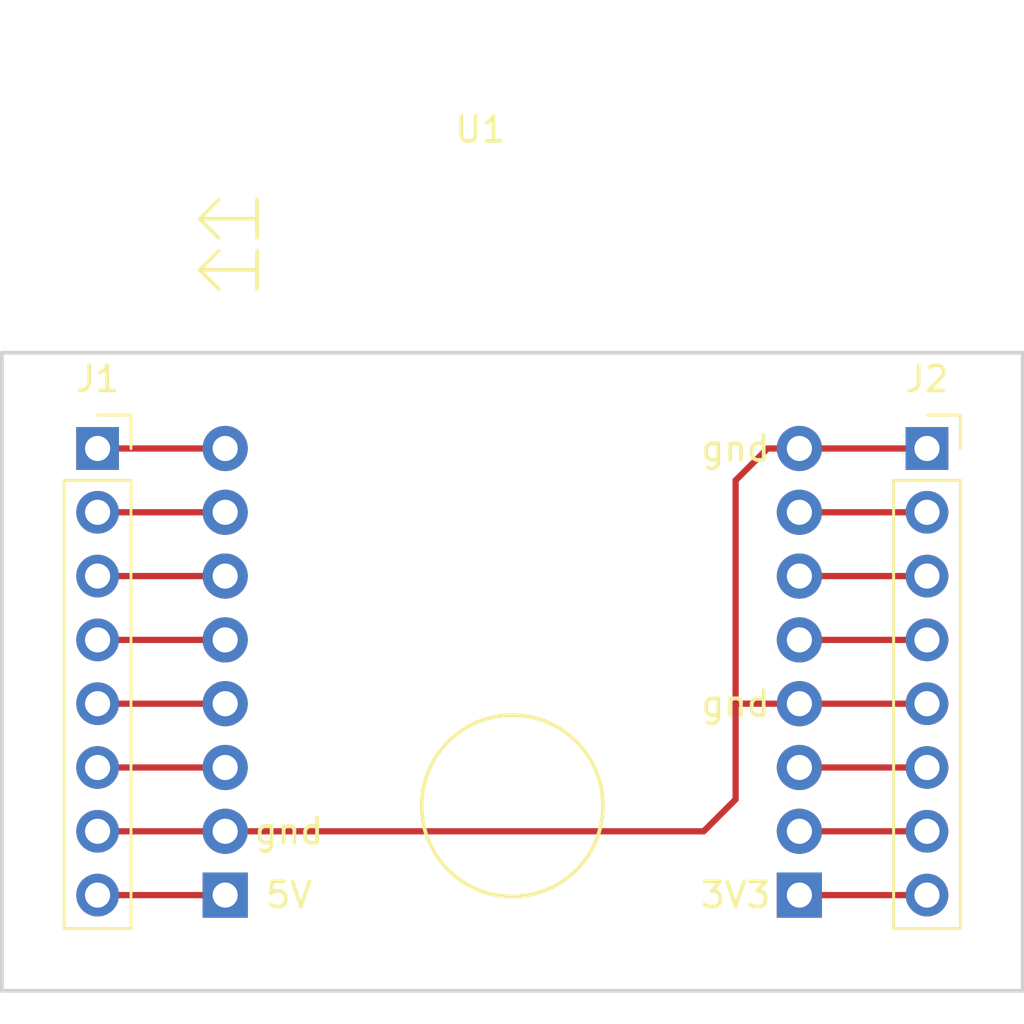
<source format=kicad_pcb>
(kicad_pcb (version 20171130) (host pcbnew 5.1.8+dfsg1-1~bpo10+1)

  (general
    (thickness 1.6)
    (drawings 5)
    (tracks 23)
    (zones 0)
    (modules 3)
    (nets 15)
  )

  (page A4)
  (layers
    (0 F.Cu signal)
    (31 B.Cu signal)
    (32 B.Adhes user)
    (33 F.Adhes user)
    (34 B.Paste user)
    (35 F.Paste user)
    (36 B.SilkS user)
    (37 F.SilkS user)
    (38 B.Mask user)
    (39 F.Mask user)
    (40 Dwgs.User user)
    (41 Cmts.User user)
    (42 Eco1.User user)
    (43 Eco2.User user)
    (44 Edge.Cuts user)
    (45 Margin user)
    (46 B.CrtYd user)
    (47 F.CrtYd user)
    (48 B.Fab user)
    (49 F.Fab user)
  )

  (setup
    (last_trace_width 0.25)
    (trace_clearance 0.2)
    (zone_clearance 0.508)
    (zone_45_only no)
    (trace_min 0.2)
    (via_size 0.8)
    (via_drill 0.4)
    (via_min_size 0.4)
    (via_min_drill 0.3)
    (uvia_size 0.3)
    (uvia_drill 0.1)
    (uvias_allowed no)
    (uvia_min_size 0.2)
    (uvia_min_drill 0.1)
    (edge_width 0.15)
    (segment_width 0.2)
    (pcb_text_width 0.3)
    (pcb_text_size 1.5 1.5)
    (mod_edge_width 0.15)
    (mod_text_size 1 1)
    (mod_text_width 0.15)
    (pad_size 1.524 1.524)
    (pad_drill 0.762)
    (pad_to_mask_clearance 0.051)
    (solder_mask_min_width 0.25)
    (aux_axis_origin 0 0)
    (visible_elements FFFFFF7F)
    (pcbplotparams
      (layerselection 0x010fc_ffffffff)
      (usegerberextensions false)
      (usegerberattributes false)
      (usegerberadvancedattributes false)
      (creategerberjobfile false)
      (excludeedgelayer true)
      (linewidth 0.100000)
      (plotframeref false)
      (viasonmask false)
      (mode 1)
      (useauxorigin false)
      (hpglpennumber 1)
      (hpglpenspeed 20)
      (hpglpendiameter 15.000000)
      (psnegative false)
      (psa4output false)
      (plotreference true)
      (plotvalue true)
      (plotinvisibletext false)
      (padsonsilk false)
      (subtractmaskfromsilk false)
      (outputformat 1)
      (mirror false)
      (drillshape 1)
      (scaleselection 1)
      (outputdirectory ""))
  )

  (net 0 "")
  (net 1 "Net-(J1-Pad1)")
  (net 2 "Net-(J1-Pad3)")
  (net 3 "Net-(J1-Pad5)")
  (net 4 GND)
  (net 5 "Net-(J1-Pad2)")
  (net 6 "Net-(J1-Pad4)")
  (net 7 "Net-(J1-Pad6)")
  (net 8 "Net-(J2-Pad6)")
  (net 9 "Net-(J2-Pad4)")
  (net 10 "Net-(J2-Pad2)")
  (net 11 "Net-(J2-Pad7)")
  (net 12 "Net-(J2-Pad3)")
  (net 13 5V)
  (net 14 3.3V)

  (net_class Default "This is the default net class."
    (clearance 0.2)
    (trace_width 0.25)
    (via_dia 0.8)
    (via_drill 0.4)
    (uvia_dia 0.3)
    (uvia_drill 0.1)
    (add_net 3.3V)
    (add_net 5V)
    (add_net GND)
    (add_net "Net-(J1-Pad1)")
    (add_net "Net-(J1-Pad2)")
    (add_net "Net-(J1-Pad3)")
    (add_net "Net-(J1-Pad4)")
    (add_net "Net-(J1-Pad5)")
    (add_net "Net-(J1-Pad6)")
    (add_net "Net-(J2-Pad2)")
    (add_net "Net-(J2-Pad3)")
    (add_net "Net-(J2-Pad4)")
    (add_net "Net-(J2-Pad6)")
    (add_net "Net-(J2-Pad7)")
  )

  (module Connector_PinSocket_2.54mm:PinSocket_1x08_P2.54mm_Vertical (layer F.Cu) (tedit 5A19A420) (tstamp 60188BD0)
    (at 110.49 91.44)
    (descr "Through hole straight socket strip, 1x08, 2.54mm pitch, single row (from Kicad 4.0.7), script generated")
    (tags "Through hole socket strip THT 1x08 2.54mm single row")
    (path /600C0C13)
    (fp_text reference J1 (at 0 -2.77) (layer F.SilkS)
      (effects (font (size 1 1) (thickness 0.15)))
    )
    (fp_text value Conn1 (at 0 20.55) (layer F.Fab)
      (effects (font (size 1 1) (thickness 0.15)))
    )
    (fp_line (start -1.8 19.55) (end -1.8 -1.8) (layer F.CrtYd) (width 0.05))
    (fp_line (start 1.75 19.55) (end -1.8 19.55) (layer F.CrtYd) (width 0.05))
    (fp_line (start 1.75 -1.8) (end 1.75 19.55) (layer F.CrtYd) (width 0.05))
    (fp_line (start -1.8 -1.8) (end 1.75 -1.8) (layer F.CrtYd) (width 0.05))
    (fp_line (start 0 -1.33) (end 1.33 -1.33) (layer F.SilkS) (width 0.12))
    (fp_line (start 1.33 -1.33) (end 1.33 0) (layer F.SilkS) (width 0.12))
    (fp_line (start 1.33 1.27) (end 1.33 19.11) (layer F.SilkS) (width 0.12))
    (fp_line (start -1.33 19.11) (end 1.33 19.11) (layer F.SilkS) (width 0.12))
    (fp_line (start -1.33 1.27) (end -1.33 19.11) (layer F.SilkS) (width 0.12))
    (fp_line (start -1.33 1.27) (end 1.33 1.27) (layer F.SilkS) (width 0.12))
    (fp_line (start -1.27 19.05) (end -1.27 -1.27) (layer F.Fab) (width 0.1))
    (fp_line (start 1.27 19.05) (end -1.27 19.05) (layer F.Fab) (width 0.1))
    (fp_line (start 1.27 -0.635) (end 1.27 19.05) (layer F.Fab) (width 0.1))
    (fp_line (start 0.635 -1.27) (end 1.27 -0.635) (layer F.Fab) (width 0.1))
    (fp_line (start -1.27 -1.27) (end 0.635 -1.27) (layer F.Fab) (width 0.1))
    (fp_text user %R (at 0 8.89 90) (layer F.Fab)
      (effects (font (size 1 1) (thickness 0.15)))
    )
    (pad 1 thru_hole rect (at 0 0) (size 1.7 1.7) (drill 1) (layers *.Cu *.Mask)
      (net 1 "Net-(J1-Pad1)"))
    (pad 2 thru_hole oval (at 0 2.54) (size 1.7 1.7) (drill 1) (layers *.Cu *.Mask)
      (net 5 "Net-(J1-Pad2)"))
    (pad 3 thru_hole oval (at 0 5.08) (size 1.7 1.7) (drill 1) (layers *.Cu *.Mask)
      (net 2 "Net-(J1-Pad3)"))
    (pad 4 thru_hole oval (at 0 7.62) (size 1.7 1.7) (drill 1) (layers *.Cu *.Mask)
      (net 6 "Net-(J1-Pad4)"))
    (pad 5 thru_hole oval (at 0 10.16) (size 1.7 1.7) (drill 1) (layers *.Cu *.Mask)
      (net 3 "Net-(J1-Pad5)"))
    (pad 6 thru_hole oval (at 0 12.7) (size 1.7 1.7) (drill 1) (layers *.Cu *.Mask)
      (net 7 "Net-(J1-Pad6)"))
    (pad 7 thru_hole oval (at 0 15.24) (size 1.7 1.7) (drill 1) (layers *.Cu *.Mask)
      (net 4 GND))
    (pad 8 thru_hole oval (at 0 17.78) (size 1.7 1.7) (drill 1) (layers *.Cu *.Mask)
      (net 13 5V))
    (model ${KISYS3DMOD}/Connector_PinSocket_2.54mm.3dshapes/PinSocket_1x08_P2.54mm_Vertical.wrl
      (at (xyz 0 0 0))
      (scale (xyz 1 1 1))
      (rotate (xyz 0 0 0))
    )
  )

  (module Connector_PinSocket_2.54mm:PinSocket_1x08_P2.54mm_Vertical (layer F.Cu) (tedit 5A19A420) (tstamp 60188BEB)
    (at 143.51 91.44)
    (descr "Through hole straight socket strip, 1x08, 2.54mm pitch, single row (from Kicad 4.0.7), script generated")
    (tags "Through hole socket strip THT 1x08 2.54mm single row")
    (path /600C0C77)
    (fp_text reference J2 (at 0 -2.77) (layer F.SilkS)
      (effects (font (size 1 1) (thickness 0.15)))
    )
    (fp_text value Conn2 (at 0 20.55) (layer F.Fab)
      (effects (font (size 1 1) (thickness 0.15)))
    )
    (fp_line (start -1.27 -1.27) (end 0.635 -1.27) (layer F.Fab) (width 0.1))
    (fp_line (start 0.635 -1.27) (end 1.27 -0.635) (layer F.Fab) (width 0.1))
    (fp_line (start 1.27 -0.635) (end 1.27 19.05) (layer F.Fab) (width 0.1))
    (fp_line (start 1.27 19.05) (end -1.27 19.05) (layer F.Fab) (width 0.1))
    (fp_line (start -1.27 19.05) (end -1.27 -1.27) (layer F.Fab) (width 0.1))
    (fp_line (start -1.33 1.27) (end 1.33 1.27) (layer F.SilkS) (width 0.12))
    (fp_line (start -1.33 1.27) (end -1.33 19.11) (layer F.SilkS) (width 0.12))
    (fp_line (start -1.33 19.11) (end 1.33 19.11) (layer F.SilkS) (width 0.12))
    (fp_line (start 1.33 1.27) (end 1.33 19.11) (layer F.SilkS) (width 0.12))
    (fp_line (start 1.33 -1.33) (end 1.33 0) (layer F.SilkS) (width 0.12))
    (fp_line (start 0 -1.33) (end 1.33 -1.33) (layer F.SilkS) (width 0.12))
    (fp_line (start -1.8 -1.8) (end 1.75 -1.8) (layer F.CrtYd) (width 0.05))
    (fp_line (start 1.75 -1.8) (end 1.75 19.55) (layer F.CrtYd) (width 0.05))
    (fp_line (start 1.75 19.55) (end -1.8 19.55) (layer F.CrtYd) (width 0.05))
    (fp_line (start -1.8 19.55) (end -1.8 -1.8) (layer F.CrtYd) (width 0.05))
    (fp_text user %R (at 0 8.89 90) (layer F.Fab)
      (effects (font (size 1 1) (thickness 0.15)))
    )
    (pad 8 thru_hole oval (at 0 17.78) (size 1.7 1.7) (drill 1) (layers *.Cu *.Mask)
      (net 14 3.3V))
    (pad 7 thru_hole oval (at 0 15.24) (size 1.7 1.7) (drill 1) (layers *.Cu *.Mask)
      (net 11 "Net-(J2-Pad7)"))
    (pad 6 thru_hole oval (at 0 12.7) (size 1.7 1.7) (drill 1) (layers *.Cu *.Mask)
      (net 8 "Net-(J2-Pad6)"))
    (pad 5 thru_hole oval (at 0 10.16) (size 1.7 1.7) (drill 1) (layers *.Cu *.Mask)
      (net 4 GND))
    (pad 4 thru_hole oval (at 0 7.62) (size 1.7 1.7) (drill 1) (layers *.Cu *.Mask)
      (net 9 "Net-(J2-Pad4)"))
    (pad 3 thru_hole oval (at 0 5.08) (size 1.7 1.7) (drill 1) (layers *.Cu *.Mask)
      (net 12 "Net-(J2-Pad3)"))
    (pad 2 thru_hole oval (at 0 2.54) (size 1.7 1.7) (drill 1) (layers *.Cu *.Mask)
      (net 10 "Net-(J2-Pad2)"))
    (pad 1 thru_hole rect (at 0 0) (size 1.7 1.7) (drill 1) (layers *.Cu *.Mask)
      (net 4 GND))
    (model ${KISYS3DMOD}/Connector_PinSocket_2.54mm.3dshapes/PinSocket_1x08_P2.54mm_Vertical.wrl
      (at (xyz 0 0 0))
      (scale (xyz 1 1 1))
      (rotate (xyz 0 0 0))
    )
  )

  (module espcam:ESPCAM_bottom (layer F.Cu) (tedit 600EA96D) (tstamp 600F0908)
    (at 125.73 88.9)
    (path /600F913F)
    (fp_text reference U1 (at 0 -10.16) (layer F.SilkS)
      (effects (font (size 1 1) (thickness 0.15)))
    )
    (fp_text value ESPCAM (at 0 -12.7) (layer F.Fab)
      (effects (font (size 1 1) (thickness 0.15)))
    )
    (fp_line (start -8.89 -5.334) (end -8.89 -3.81) (layer F.SilkS) (width 0.15))
    (fp_line (start -8.89 -7.366) (end -8.89 -5.842) (layer F.SilkS) (width 0.15))
    (fp_line (start -11.176 -6.604) (end -8.89 -6.604) (layer F.SilkS) (width 0.15))
    (fp_line (start -11.176 -6.604) (end -10.414 -7.366) (layer F.SilkS) (width 0.15))
    (fp_line (start -10.414 -5.842) (end -11.176 -6.604) (layer F.SilkS) (width 0.15))
    (fp_line (start -11.176 -4.572) (end -10.414 -3.81) (layer F.SilkS) (width 0.15))
    (fp_line (start -11.176 -4.572) (end -10.414 -5.334) (layer F.SilkS) (width 0.15))
    (fp_line (start -8.89 -4.572) (end -11.176 -4.572) (layer F.SilkS) (width 0.15))
    (fp_circle (center 1.27 16.764) (end 3.556 19.558) (layer F.SilkS) (width 0.15))
    (fp_line (start -12.7 22.86) (end -12.7 -12.7) (layer B.Paste) (width 0.15))
    (fp_line (start -10.16 -15.24) (end 12.7 -15.24) (layer B.Paste) (width 0.15))
    (fp_line (start 15.24 -12.7) (end 15.24 22.86) (layer B.Paste) (width 0.15))
    (fp_line (start 12.7 25.4) (end -10.16 25.4) (layer B.Paste) (width 0.15))
    (fp_line (start -11.43 1.27) (end -8.89 1.27) (layer F.CrtYd) (width 0.15))
    (fp_line (start -8.89 1.27) (end -8.89 21.59) (layer F.CrtYd) (width 0.15))
    (fp_line (start -8.89 21.59) (end -11.43 21.59) (layer F.CrtYd) (width 0.15))
    (fp_line (start -11.43 21.59) (end -11.43 1.27) (layer F.CrtYd) (width 0.15))
    (fp_line (start 11.43 1.27) (end 13.97 1.27) (layer F.CrtYd) (width 0.15))
    (fp_line (start 13.97 1.27) (end 13.97 21.59) (layer F.CrtYd) (width 0.15))
    (fp_line (start 13.97 21.59) (end 11.43 21.59) (layer F.CrtYd) (width 0.15))
    (fp_line (start 11.43 21.59) (end 11.43 1.27) (layer F.CrtYd) (width 0.15))
    (fp_line (start 11.43 1.27) (end 13.97 1.27) (layer B.CrtYd) (width 0.15))
    (fp_line (start 13.97 1.27) (end 13.97 21.59) (layer B.CrtYd) (width 0.15))
    (fp_line (start 13.97 21.59) (end 11.43 21.59) (layer B.CrtYd) (width 0.15))
    (fp_line (start 11.43 21.59) (end 11.43 1.27) (layer B.CrtYd) (width 0.15))
    (fp_line (start -11.43 1.27) (end -8.89 1.27) (layer B.CrtYd) (width 0.15))
    (fp_line (start -8.89 1.27) (end -8.89 21.59) (layer B.CrtYd) (width 0.15))
    (fp_line (start -8.89 21.59) (end -11.43 21.59) (layer B.CrtYd) (width 0.15))
    (fp_line (start -11.43 21.59) (end -11.43 1.27) (layer B.CrtYd) (width 0.15))
    (fp_text user gnd (at 10.16 2.54) (layer F.SilkS)
      (effects (font (size 1 1) (thickness 0.15)))
    )
    (fp_arc (start -10.16 22.86) (end -12.7 22.86) (angle -90) (layer B.Paste) (width 0.15))
    (fp_arc (start 12.7 22.86) (end 12.7 25.4) (angle -90) (layer B.Paste) (width 0.15))
    (fp_arc (start 12.7 -12.7) (end 15.24 -12.7) (angle -90) (layer B.Paste) (width 0.15))
    (fp_arc (start -10.16 -12.7) (end -10.16 -15.24) (angle -90) (layer B.Paste) (width 0.15))
    (fp_text user gnd (at 10.16 12.7) (layer F.SilkS)
      (effects (font (size 1 1) (thickness 0.15)))
    )
    (fp_text user 3V3 (at 10.16 20.32) (layer F.SilkS)
      (effects (font (size 1 1) (thickness 0.15)))
    )
    (fp_text user gnd (at -7.62 17.78) (layer F.SilkS)
      (effects (font (size 1 1) (thickness 0.15)))
    )
    (fp_text user 5V (at -7.62 20.32) (layer F.SilkS)
      (effects (font (size 1 1) (thickness 0.15)))
    )
    (pad 1 thru_hole circle (at -10.16 2.54) (size 1.8 1.8) (drill 1) (layers *.Cu *.Mask)
      (net 1 "Net-(J1-Pad1)"))
    (pad 2 thru_hole circle (at -10.16 5.08) (size 1.8 1.8) (drill 1) (layers *.Cu *.Mask)
      (net 5 "Net-(J1-Pad2)"))
    (pad 3 thru_hole circle (at -10.16 7.62) (size 1.8 1.8) (drill 1) (layers *.Cu *.Mask)
      (net 2 "Net-(J1-Pad3)"))
    (pad 4 thru_hole circle (at -10.16 10.16) (size 1.8 1.8) (drill 1) (layers *.Cu *.Mask)
      (net 6 "Net-(J1-Pad4)"))
    (pad 5 thru_hole circle (at -10.16 12.7) (size 1.8 1.8) (drill 1) (layers *.Cu *.Mask)
      (net 3 "Net-(J1-Pad5)"))
    (pad 6 thru_hole circle (at -10.16 15.24) (size 1.8 1.8) (drill 1) (layers *.Cu *.Mask)
      (net 7 "Net-(J1-Pad6)"))
    (pad 7 thru_hole circle (at -10.16 17.78) (size 1.8 1.8) (drill 1) (layers *.Cu *.Mask)
      (net 4 GND))
    (pad 8 thru_hole rect (at -10.16 20.32) (size 1.8 1.8) (drill 1) (layers *.Cu *.Mask)
      (net 13 5V))
    (pad 9 thru_hole circle (at 12.7 2.54) (size 1.8 1.8) (drill 1) (layers *.Cu *.Mask)
      (net 4 GND))
    (pad 10 thru_hole circle (at 12.7 5.08) (size 1.8 1.8) (drill 1) (layers *.Cu *.Mask)
      (net 10 "Net-(J2-Pad2)"))
    (pad 11 thru_hole circle (at 12.7 7.62) (size 1.8 1.8) (drill 1) (layers *.Cu *.Mask)
      (net 12 "Net-(J2-Pad3)"))
    (pad 12 thru_hole circle (at 12.7 10.16) (size 1.8 1.8) (drill 1) (layers *.Cu *.Mask)
      (net 9 "Net-(J2-Pad4)"))
    (pad 13 thru_hole circle (at 12.7 12.7) (size 1.8 1.8) (drill 1) (layers *.Cu *.Mask)
      (net 4 GND))
    (pad 14 thru_hole circle (at 12.7 15.24) (size 1.8 1.8) (drill 1) (layers *.Cu *.Mask)
      (net 8 "Net-(J2-Pad6)"))
    (pad 15 thru_hole circle (at 12.7 17.78) (size 1.8 1.8) (drill 1) (layers *.Cu *.Mask)
      (net 11 "Net-(J2-Pad7)"))
    (pad 16 thru_hole rect (at 12.7 20.32) (size 1.8 1.8) (drill 1) (layers *.Cu *.Mask)
      (net 14 3.3V))
  )

  (gr_line (start 106.68 87.63) (end 107.95 87.63) (layer Edge.Cuts) (width 0.15))
  (gr_line (start 106.68 113.03) (end 106.68 87.63) (layer Edge.Cuts) (width 0.15))
  (gr_line (start 147.32 113.03) (end 106.68 113.03) (layer Edge.Cuts) (width 0.15))
  (gr_line (start 147.32 87.63) (end 147.32 113.03) (layer Edge.Cuts) (width 0.15))
  (gr_line (start 107.95 87.63) (end 147.32 87.63) (layer Edge.Cuts) (width 0.15))

  (segment (start 110.49 91.44) (end 115.57 91.44) (width 0.25) (layer F.Cu) (net 1) (status 10))
  (segment (start 110.49 96.52) (end 115.57 96.52) (width 0.25) (layer F.Cu) (net 2) (status 10))
  (segment (start 110.49 101.6) (end 115.57 101.6) (width 0.25) (layer F.Cu) (net 3) (status 10))
  (segment (start 110.49 106.68) (end 115.57 106.68) (width 0.25) (layer F.Cu) (net 4) (status 10))
  (segment (start 137.16 91.44) (end 138.43 91.44) (width 0.25) (layer F.Cu) (net 4))
  (segment (start 135.89 92.71) (end 137.16 91.44) (width 0.25) (layer F.Cu) (net 4))
  (segment (start 134.62 106.68) (end 135.89 105.41) (width 0.25) (layer F.Cu) (net 4))
  (segment (start 138.43 101.6) (end 135.89 101.6) (width 0.25) (layer F.Cu) (net 4))
  (segment (start 135.89 105.41) (end 135.89 101.6) (width 0.25) (layer F.Cu) (net 4))
  (segment (start 135.89 101.6) (end 135.89 92.71) (width 0.25) (layer F.Cu) (net 4))
  (segment (start 138.43 91.44) (end 143.51 91.44) (width 0.25) (layer F.Cu) (net 4))
  (segment (start 143.51 101.6) (end 138.43 101.6) (width 0.25) (layer F.Cu) (net 4))
  (segment (start 134.62 106.68) (end 115.57 106.68) (width 0.25) (layer F.Cu) (net 4))
  (segment (start 115.57 93.98) (end 110.49 93.98) (width 0.25) (layer F.Cu) (net 5) (status 20))
  (segment (start 110.49 99.06) (end 115.57 99.06) (width 0.25) (layer F.Cu) (net 6) (status 10))
  (segment (start 110.49 104.14) (end 115.57 104.14) (width 0.25) (layer F.Cu) (net 7) (status 10))
  (segment (start 143.51 104.14) (end 138.43 104.14) (width 0.25) (layer F.Cu) (net 8))
  (segment (start 143.51 99.06) (end 138.43 99.06) (width 0.25) (layer F.Cu) (net 9))
  (segment (start 138.43 93.98) (end 143.51 93.98) (width 0.25) (layer F.Cu) (net 10))
  (segment (start 143.51 106.68) (end 138.43 106.68) (width 0.25) (layer F.Cu) (net 11))
  (segment (start 138.43 96.52) (end 143.51 96.52) (width 0.25) (layer F.Cu) (net 12))
  (segment (start 110.49 109.22) (end 115.57 109.22) (width 0.25) (layer F.Cu) (net 13) (status 10))
  (segment (start 138.43 109.22) (end 143.51 109.22) (width 0.25) (layer F.Cu) (net 14) (status 20))

)

</source>
